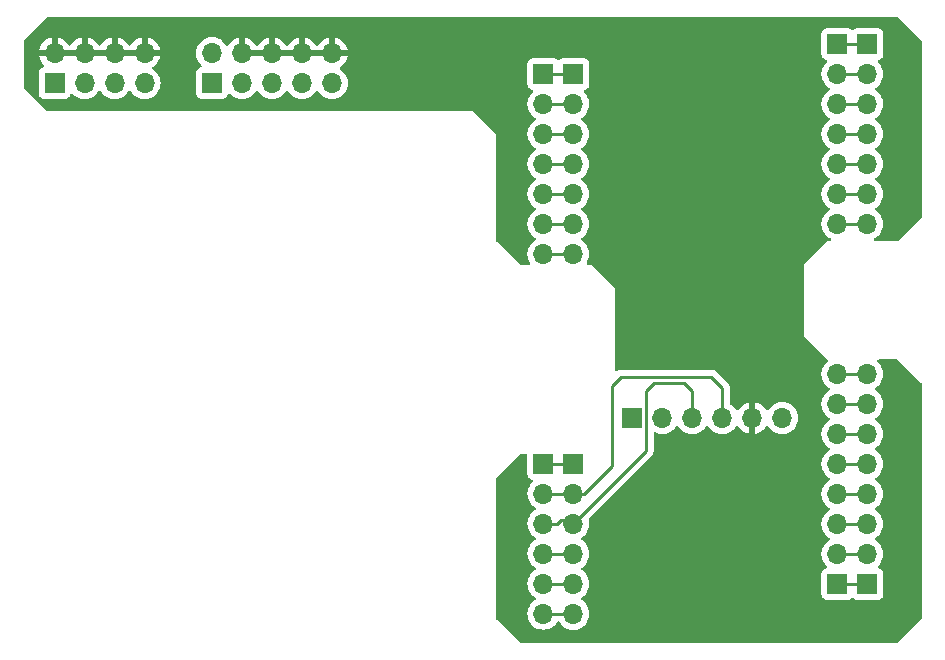
<source format=gbr>
%TF.GenerationSoftware,KiCad,Pcbnew,7.0.10*%
%TF.CreationDate,2024-04-04T23:26:05+02:00*%
%TF.ProjectId,serial-boomerang-shield,73657269-616c-42d6-926f-6f6d6572616e,v0.1*%
%TF.SameCoordinates,Original*%
%TF.FileFunction,Copper,L1,Top*%
%TF.FilePolarity,Positive*%
%FSLAX46Y46*%
G04 Gerber Fmt 4.6, Leading zero omitted, Abs format (unit mm)*
G04 Created by KiCad (PCBNEW 7.0.10) date 2024-04-04 23:26:05*
%MOMM*%
%LPD*%
G01*
G04 APERTURE LIST*
%TA.AperFunction,ComponentPad*%
%ADD10R,1.700000X1.700000*%
%TD*%
%TA.AperFunction,ComponentPad*%
%ADD11O,1.700000X1.700000*%
%TD*%
%TA.AperFunction,Conductor*%
%ADD12C,0.250000*%
%TD*%
G04 APERTURE END LIST*
D10*
%TO.P,U1,1,3V3*%
%TO.N,unconnected-(U1-3V3-Pad1)*%
X52500000Y-34965000D03*
D11*
%TO.P,U1,2,DTR*%
%TO.N,unconnected-(U1-DTR-Pad2)*%
X55040000Y-34965000D03*
%TO.P,U1,3,RXI*%
%TO.N,Net-(J10-Pin_3)*%
X57580000Y-34965000D03*
%TO.P,U1,4,TXD*%
%TO.N,Net-(J10-Pin_2)*%
X60120000Y-34965000D03*
%TO.P,U1,5,GND*%
%TO.N,GND*%
X62660000Y-34965000D03*
%TO.P,U1,6,+5V*%
%TO.N,unconnected-(U1-+5V-Pad6)*%
X65200000Y-34965000D03*
%TD*%
D10*
%TO.P,J7,1,Pin_1*%
%TO.N,Net-(J3-Pin_1)*%
X72412000Y-3302000D03*
D11*
%TO.P,J7,2,Pin_2*%
%TO.N,Net-(J3-Pin_2)*%
X72412000Y-5842000D03*
%TO.P,J7,3,Pin_3*%
%TO.N,Net-(J3-Pin_3)*%
X72412000Y-8382000D03*
%TO.P,J7,4,Pin_4*%
%TO.N,Net-(J3-Pin_4)*%
X72412000Y-10922000D03*
%TO.P,J7,5,Pin_5*%
%TO.N,Net-(J3-Pin_5)*%
X72412000Y-13462000D03*
%TO.P,J7,6,Pin_6*%
%TO.N,Net-(J3-Pin_6)*%
X72412000Y-16002000D03*
%TO.P,J7,7,Pin_7*%
%TO.N,Net-(J3-Pin_7)*%
X72412000Y-18542000D03*
%TD*%
D10*
%TO.P,J8,1,Pin_1*%
%TO.N,Net-(J4-Pin_1)*%
X44980000Y-5841200D03*
D11*
%TO.P,J8,2,Pin_2*%
%TO.N,Net-(J4-Pin_2)*%
X44980000Y-8381200D03*
%TO.P,J8,3,Pin_3*%
%TO.N,Net-(J4-Pin_3)*%
X44980000Y-10921200D03*
%TO.P,J8,4,Pin_4*%
%TO.N,Net-(J4-Pin_4)*%
X44980000Y-13461200D03*
%TO.P,J8,5,Pin_5*%
%TO.N,Net-(J4-Pin_5)*%
X44980000Y-16001200D03*
%TO.P,J8,6,Pin_6*%
%TO.N,Net-(J4-Pin_6)*%
X44980000Y-18541200D03*
%TO.P,J8,7,Pin_7*%
%TO.N,Net-(J4-Pin_7)*%
X44980000Y-21081200D03*
%TD*%
D10*
%TO.P,J10,1,Pin_1*%
%TO.N,Net-(J10-Pin_1)*%
X44980000Y-38835800D03*
D11*
%TO.P,J10,2,Pin_2*%
%TO.N,Net-(J10-Pin_2)*%
X44980000Y-41375800D03*
%TO.P,J10,3,Pin_3*%
%TO.N,Net-(J10-Pin_3)*%
X44980000Y-43915800D03*
%TO.P,J10,4,Pin_4*%
%TO.N,Net-(J10-Pin_4)*%
X44980000Y-46455800D03*
%TO.P,J10,5,Pin_5*%
%TO.N,Net-(J10-Pin_5)*%
X44980000Y-48995800D03*
%TO.P,J10,6,Pin_6*%
%TO.N,Net-(J10-Pin_6)*%
X44980000Y-51535800D03*
%TD*%
D10*
%TO.P,J6,1,Pin_1*%
%TO.N,Net-(J10-Pin_1)*%
X47520000Y-38841600D03*
D11*
%TO.P,J6,2,Pin_2*%
%TO.N,Net-(J10-Pin_2)*%
X47520000Y-41381600D03*
%TO.P,J6,3,Pin_3*%
%TO.N,Net-(J10-Pin_3)*%
X47520000Y-43921600D03*
%TO.P,J6,4,Pin_4*%
%TO.N,Net-(J10-Pin_4)*%
X47520000Y-46461600D03*
%TO.P,J6,5,Pin_5*%
%TO.N,Net-(J10-Pin_5)*%
X47520000Y-49001600D03*
%TO.P,J6,6,Pin_6*%
%TO.N,Net-(J10-Pin_6)*%
X47520000Y-51541600D03*
%TD*%
D10*
%TO.P,J5,1,Pin_1*%
%TO.N,Net-(J5-Pin_1)*%
X69872000Y-49022000D03*
D11*
%TO.P,J5,2,Pin_2*%
%TO.N,Net-(J5-Pin_2)*%
X69872000Y-46482000D03*
%TO.P,J5,3,Pin_3*%
%TO.N,Net-(J5-Pin_3)*%
X69872000Y-43942000D03*
%TO.P,J5,4,Pin_4*%
%TO.N,Net-(J5-Pin_4)*%
X69872000Y-41402000D03*
%TO.P,J5,5,Pin_5*%
%TO.N,Net-(J5-Pin_5)*%
X69872000Y-38862000D03*
%TO.P,J5,6,Pin_6*%
%TO.N,Net-(J5-Pin_6)*%
X69872000Y-36322000D03*
%TO.P,J5,7,Pin_7*%
%TO.N,Net-(J5-Pin_7)*%
X69872000Y-33782000D03*
%TO.P,J5,8,Pin_8*%
%TO.N,Net-(J5-Pin_8)*%
X69872000Y-31242000D03*
%TD*%
D10*
%TO.P,J4,1,Pin_1*%
%TO.N,Net-(J4-Pin_1)*%
X47520000Y-5842000D03*
D11*
%TO.P,J4,2,Pin_2*%
%TO.N,Net-(J4-Pin_2)*%
X47520000Y-8382000D03*
%TO.P,J4,3,Pin_3*%
%TO.N,Net-(J4-Pin_3)*%
X47520000Y-10922000D03*
%TO.P,J4,4,Pin_4*%
%TO.N,Net-(J4-Pin_4)*%
X47520000Y-13462000D03*
%TO.P,J4,5,Pin_5*%
%TO.N,Net-(J4-Pin_5)*%
X47520000Y-16002000D03*
%TO.P,J4,6,Pin_6*%
%TO.N,Net-(J4-Pin_6)*%
X47520000Y-18542000D03*
%TO.P,J4,7,Pin_7*%
%TO.N,Net-(J4-Pin_7)*%
X47520000Y-21082000D03*
%TD*%
D10*
%TO.P,J1,1,Pin_1*%
%TO.N,unconnected-(J1-Pin_1-Pad1)*%
X3588000Y-6604000D03*
D11*
%TO.P,J1,2,Pin_2*%
%TO.N,GND*%
X3588000Y-4064000D03*
%TO.P,J1,3,Pin_3*%
%TO.N,unconnected-(J1-Pin_3-Pad3)*%
X6128000Y-6604000D03*
%TO.P,J1,4,Pin_4*%
%TO.N,GND*%
X6128000Y-4064000D03*
%TO.P,J1,5,Pin_5*%
%TO.N,unconnected-(J1-Pin_5-Pad5)*%
X8668000Y-6604000D03*
%TO.P,J1,6,Pin_6*%
%TO.N,GND*%
X8668000Y-4064000D03*
%TO.P,J1,7,Pin_7*%
%TO.N,unconnected-(J1-Pin_7-Pad7)*%
X11208000Y-6604000D03*
%TO.P,J1,8,Pin_8*%
%TO.N,GND*%
X11208000Y-4064000D03*
%TD*%
D10*
%TO.P,J9,1,Pin_1*%
%TO.N,Net-(J5-Pin_1)*%
X72412000Y-49022000D03*
D11*
%TO.P,J9,2,Pin_2*%
%TO.N,Net-(J5-Pin_2)*%
X72412000Y-46482000D03*
%TO.P,J9,3,Pin_3*%
%TO.N,Net-(J5-Pin_3)*%
X72412000Y-43942000D03*
%TO.P,J9,4,Pin_4*%
%TO.N,Net-(J5-Pin_4)*%
X72412000Y-41402000D03*
%TO.P,J9,5,Pin_5*%
%TO.N,Net-(J5-Pin_5)*%
X72412000Y-38862000D03*
%TO.P,J9,6,Pin_6*%
%TO.N,Net-(J5-Pin_6)*%
X72412000Y-36322000D03*
%TO.P,J9,7,Pin_7*%
%TO.N,Net-(J5-Pin_7)*%
X72412000Y-33782000D03*
%TO.P,J9,8,Pin_8*%
%TO.N,Net-(J5-Pin_8)*%
X72412000Y-31242000D03*
%TD*%
D10*
%TO.P,J3,1,Pin_1*%
%TO.N,Net-(J3-Pin_1)*%
X69872000Y-3302000D03*
D11*
%TO.P,J3,2,Pin_2*%
%TO.N,Net-(J3-Pin_2)*%
X69872000Y-5842000D03*
%TO.P,J3,3,Pin_3*%
%TO.N,Net-(J3-Pin_3)*%
X69872000Y-8382000D03*
%TO.P,J3,4,Pin_4*%
%TO.N,Net-(J3-Pin_4)*%
X69872000Y-10922000D03*
%TO.P,J3,5,Pin_5*%
%TO.N,Net-(J3-Pin_5)*%
X69872000Y-13462000D03*
%TO.P,J3,6,Pin_6*%
%TO.N,Net-(J3-Pin_6)*%
X69872000Y-16002000D03*
%TO.P,J3,7,Pin_7*%
%TO.N,Net-(J3-Pin_7)*%
X69872000Y-18542000D03*
%TD*%
D10*
%TO.P,J2,1,Pin_1*%
%TO.N,unconnected-(J2-Pin_1-Pad1)*%
X16918000Y-6609000D03*
D11*
%TO.P,J2,2,Pin_2*%
%TO.N,unconnected-(J2-Pin_2-Pad2)*%
X16918000Y-4069000D03*
%TO.P,J2,3,Pin_3*%
%TO.N,unconnected-(J2-Pin_3-Pad3)*%
X19458000Y-6609000D03*
%TO.P,J2,4,Pin_4*%
%TO.N,GND*%
X19458000Y-4069000D03*
%TO.P,J2,5,Pin_5*%
%TO.N,unconnected-(J2-Pin_5-Pad5)*%
X21998000Y-6609000D03*
%TO.P,J2,6,Pin_6*%
%TO.N,GND*%
X21998000Y-4069000D03*
%TO.P,J2,7,Pin_7*%
%TO.N,unconnected-(J2-Pin_7-Pad7)*%
X24538000Y-6609000D03*
%TO.P,J2,8,Pin_8*%
%TO.N,GND*%
X24538000Y-4069000D03*
%TO.P,J2,9,Pin_9*%
%TO.N,unconnected-(J2-Pin_9-Pad9)*%
X27078000Y-6609000D03*
%TO.P,J2,10,Pin_10*%
%TO.N,GND*%
X27078000Y-4069000D03*
%TD*%
D12*
%TO.N,Net-(J3-Pin_1)*%
X69872000Y-3302000D02*
X72412000Y-3302000D01*
%TO.N,Net-(J3-Pin_2)*%
X69872000Y-5842000D02*
X72412000Y-5842000D01*
%TO.N,Net-(J3-Pin_3)*%
X69872000Y-8382000D02*
X72412000Y-8382000D01*
%TO.N,Net-(J3-Pin_4)*%
X69872000Y-10922000D02*
X72412000Y-10922000D01*
%TO.N,Net-(J3-Pin_5)*%
X69872000Y-13462000D02*
X72412000Y-13462000D01*
%TO.N,Net-(J3-Pin_6)*%
X69872000Y-16002000D02*
X72412000Y-16002000D01*
%TO.N,Net-(J4-Pin_1)*%
X44980000Y-5841200D02*
X46156900Y-5841200D01*
X47520000Y-5842000D02*
X46157700Y-5842000D01*
X46157700Y-5842000D02*
X46156900Y-5841200D01*
%TO.N,Net-(J4-Pin_2)*%
X44980000Y-8381200D02*
X46156900Y-8381200D01*
X46157700Y-8382000D02*
X46156900Y-8381200D01*
X47520000Y-8382000D02*
X46157700Y-8382000D01*
%TO.N,Net-(J4-Pin_3)*%
X47520000Y-10922000D02*
X46157700Y-10922000D01*
X44980000Y-10921200D02*
X46156900Y-10921200D01*
X46157700Y-10922000D02*
X46156900Y-10921200D01*
%TO.N,Net-(J3-Pin_7)*%
X69872000Y-18542000D02*
X72412000Y-18542000D01*
%TO.N,Net-(J5-Pin_1)*%
X72412000Y-49022000D02*
X69872000Y-49022000D01*
%TO.N,Net-(J5-Pin_2)*%
X72412000Y-46482000D02*
X69872000Y-46482000D01*
%TO.N,Net-(J5-Pin_3)*%
X72412000Y-43942000D02*
X69872000Y-43942000D01*
%TO.N,Net-(J5-Pin_4)*%
X72412000Y-41402000D02*
X69872000Y-41402000D01*
%TO.N,Net-(J5-Pin_5)*%
X72412000Y-38862000D02*
X69872000Y-38862000D01*
%TO.N,Net-(J5-Pin_6)*%
X72412000Y-36322000D02*
X69872000Y-36322000D01*
%TO.N,Net-(J5-Pin_7)*%
X72412000Y-33782000D02*
X69872000Y-33782000D01*
%TO.N,Net-(J4-Pin_4)*%
X46157700Y-13462000D02*
X46156900Y-13461200D01*
X44980000Y-13461200D02*
X46156900Y-13461200D01*
X47520000Y-13462000D02*
X46157700Y-13462000D01*
%TO.N,Net-(J4-Pin_5)*%
X47520000Y-16002000D02*
X46157700Y-16002000D01*
X46157700Y-16002000D02*
X46156900Y-16001200D01*
X44980000Y-16001200D02*
X46156900Y-16001200D01*
%TO.N,Net-(J4-Pin_6)*%
X46157700Y-18542000D02*
X46156900Y-18541200D01*
X44980000Y-18541200D02*
X46156900Y-18541200D01*
X47520000Y-18542000D02*
X46157700Y-18542000D01*
%TO.N,Net-(J4-Pin_7)*%
X44980000Y-21081200D02*
X46156900Y-21081200D01*
X47520000Y-21082000D02*
X46157700Y-21082000D01*
X46157700Y-21082000D02*
X46156900Y-21081200D01*
%TO.N,Net-(J5-Pin_8)*%
X72412000Y-31242000D02*
X69872000Y-31242000D01*
%TO.N,Net-(J10-Pin_1)*%
X44980000Y-38835800D02*
X46156900Y-38835800D01*
X46162700Y-38841600D02*
X46156900Y-38835800D01*
X47520000Y-38841600D02*
X46162700Y-38841600D01*
%TO.N,Net-(J10-Pin_2)*%
X50800000Y-39015000D02*
X48433400Y-41381600D01*
X48433400Y-41381600D02*
X47520000Y-41381600D01*
X50800000Y-32258000D02*
X50800000Y-39015000D01*
X60120000Y-32434000D02*
X59182000Y-31496000D01*
X59182000Y-31496000D02*
X51562000Y-31496000D01*
X51562000Y-31496000D02*
X50800000Y-32258000D01*
X46162700Y-41381600D02*
X46156900Y-41375800D01*
X60120000Y-34965000D02*
X60120000Y-32434000D01*
X47520000Y-41381600D02*
X46162700Y-41381600D01*
X44980000Y-41375800D02*
X46156900Y-41375800D01*
%TO.N,Net-(J10-Pin_3)*%
X47520000Y-43921600D02*
X47819100Y-43622500D01*
X53675000Y-37766600D02*
X53675000Y-32685000D01*
X47819100Y-43622500D02*
X46450200Y-43622500D01*
X54356000Y-32004000D02*
X56896000Y-32004000D01*
X53675000Y-32685000D02*
X54356000Y-32004000D01*
X57580000Y-32688000D02*
X57580000Y-34965000D01*
X47819100Y-43622500D02*
X53675000Y-37766600D01*
X44980000Y-43915800D02*
X46156900Y-43915800D01*
X46450200Y-43622500D02*
X46156900Y-43915800D01*
X56896000Y-32004000D02*
X57580000Y-32688000D01*
%TO.N,Net-(J10-Pin_4)*%
X47520000Y-46461600D02*
X46162700Y-46461600D01*
X46162700Y-46461600D02*
X46156900Y-46455800D01*
X44980000Y-46455800D02*
X46156900Y-46455800D01*
%TO.N,Net-(J10-Pin_5)*%
X46162700Y-49001600D02*
X46156900Y-48995800D01*
X47520000Y-49001600D02*
X46162700Y-49001600D01*
X44980000Y-48995800D02*
X46156900Y-48995800D01*
%TO.N,Net-(J10-Pin_6)*%
X46162700Y-51541600D02*
X46156900Y-51535800D01*
X44980000Y-51535800D02*
X46156900Y-51535800D01*
X47520000Y-51541600D02*
X46162700Y-51541600D01*
%TD*%
%TA.AperFunction,Conductor*%
%TO.N,GND*%
G36*
X21538507Y-3859156D02*
G01*
X21498000Y-3997111D01*
X21498000Y-4140889D01*
X21538507Y-4278844D01*
X21564314Y-4319000D01*
X19891686Y-4319000D01*
X19917493Y-4278844D01*
X19958000Y-4140889D01*
X19958000Y-3997111D01*
X19917493Y-3859156D01*
X19891686Y-3819000D01*
X21564314Y-3819000D01*
X21538507Y-3859156D01*
G37*
%TD.AperFunction*%
%TA.AperFunction,Conductor*%
G36*
X24078507Y-3859156D02*
G01*
X24038000Y-3997111D01*
X24038000Y-4140889D01*
X24078507Y-4278844D01*
X24104314Y-4319000D01*
X22431686Y-4319000D01*
X22457493Y-4278844D01*
X22498000Y-4140889D01*
X22498000Y-3997111D01*
X22457493Y-3859156D01*
X22431686Y-3819000D01*
X24104314Y-3819000D01*
X24078507Y-3859156D01*
G37*
%TD.AperFunction*%
%TA.AperFunction,Conductor*%
G36*
X26618507Y-3859156D02*
G01*
X26578000Y-3997111D01*
X26578000Y-4140889D01*
X26618507Y-4278844D01*
X26644314Y-4319000D01*
X24971686Y-4319000D01*
X24997493Y-4278844D01*
X25038000Y-4140889D01*
X25038000Y-3997111D01*
X24997493Y-3859156D01*
X24971686Y-3819000D01*
X26644314Y-3819000D01*
X26618507Y-3859156D01*
G37*
%TD.AperFunction*%
%TA.AperFunction,Conductor*%
G36*
X5668507Y-3854156D02*
G01*
X5628000Y-3992111D01*
X5628000Y-4135889D01*
X5668507Y-4273844D01*
X5694314Y-4314000D01*
X4021686Y-4314000D01*
X4047493Y-4273844D01*
X4088000Y-4135889D01*
X4088000Y-3992111D01*
X4047493Y-3854156D01*
X4021686Y-3814000D01*
X5694314Y-3814000D01*
X5668507Y-3854156D01*
G37*
%TD.AperFunction*%
%TA.AperFunction,Conductor*%
G36*
X8208507Y-3854156D02*
G01*
X8168000Y-3992111D01*
X8168000Y-4135889D01*
X8208507Y-4273844D01*
X8234314Y-4314000D01*
X6561686Y-4314000D01*
X6587493Y-4273844D01*
X6628000Y-4135889D01*
X6628000Y-3992111D01*
X6587493Y-3854156D01*
X6561686Y-3814000D01*
X8234314Y-3814000D01*
X8208507Y-3854156D01*
G37*
%TD.AperFunction*%
%TA.AperFunction,Conductor*%
G36*
X10748507Y-3854156D02*
G01*
X10708000Y-3992111D01*
X10708000Y-4135889D01*
X10748507Y-4273844D01*
X10774314Y-4314000D01*
X9101686Y-4314000D01*
X9127493Y-4273844D01*
X9168000Y-4135889D01*
X9168000Y-3992111D01*
X9127493Y-3854156D01*
X9101686Y-3814000D01*
X10774314Y-3814000D01*
X10748507Y-3854156D01*
G37*
%TD.AperFunction*%
%TA.AperFunction,Conductor*%
G36*
X75015677Y-1019685D02*
G01*
X75036319Y-1036319D01*
X76963681Y-2963681D01*
X76997166Y-3025004D01*
X77000000Y-3051362D01*
X77000000Y-17948638D01*
X76980315Y-18015677D01*
X76963681Y-18036319D01*
X75036319Y-19963681D01*
X74974996Y-19997166D01*
X74948638Y-20000000D01*
X73040193Y-20000000D01*
X72973154Y-19980315D01*
X72927399Y-19927511D01*
X72917455Y-19858353D01*
X72946480Y-19794797D01*
X72987788Y-19763618D01*
X72988978Y-19763063D01*
X73089830Y-19716035D01*
X73283401Y-19580495D01*
X73450495Y-19413401D01*
X73586035Y-19219830D01*
X73685903Y-19005663D01*
X73747063Y-18777408D01*
X73767659Y-18542000D01*
X73747063Y-18306592D01*
X73685903Y-18078337D01*
X73586035Y-17864171D01*
X73585474Y-17863369D01*
X73450494Y-17670597D01*
X73283402Y-17503506D01*
X73283396Y-17503501D01*
X73097842Y-17373575D01*
X73054217Y-17318998D01*
X73047023Y-17249500D01*
X73078546Y-17187145D01*
X73097842Y-17170425D01*
X73120026Y-17154891D01*
X73283401Y-17040495D01*
X73450495Y-16873401D01*
X73586035Y-16679830D01*
X73685903Y-16465663D01*
X73747063Y-16237408D01*
X73767659Y-16002000D01*
X73747063Y-15766592D01*
X73685903Y-15538337D01*
X73586035Y-15324171D01*
X73585474Y-15323369D01*
X73450494Y-15130597D01*
X73283402Y-14963506D01*
X73283396Y-14963501D01*
X73097842Y-14833575D01*
X73054217Y-14778998D01*
X73047023Y-14709500D01*
X73078546Y-14647145D01*
X73097842Y-14630425D01*
X73120026Y-14614891D01*
X73283401Y-14500495D01*
X73450495Y-14333401D01*
X73586035Y-14139830D01*
X73685903Y-13925663D01*
X73747063Y-13697408D01*
X73767659Y-13462000D01*
X73747063Y-13226592D01*
X73685903Y-12998337D01*
X73586035Y-12784171D01*
X73585474Y-12783369D01*
X73450494Y-12590597D01*
X73283402Y-12423506D01*
X73283396Y-12423501D01*
X73097842Y-12293575D01*
X73054217Y-12238998D01*
X73047023Y-12169500D01*
X73078546Y-12107145D01*
X73097842Y-12090425D01*
X73122580Y-12073103D01*
X73283401Y-11960495D01*
X73450495Y-11793401D01*
X73586035Y-11599830D01*
X73685903Y-11385663D01*
X73747063Y-11157408D01*
X73767659Y-10922000D01*
X73747063Y-10686592D01*
X73685903Y-10458337D01*
X73586035Y-10244171D01*
X73585474Y-10243369D01*
X73450494Y-10050597D01*
X73283402Y-9883506D01*
X73283396Y-9883501D01*
X73097842Y-9753575D01*
X73054217Y-9698998D01*
X73047023Y-9629500D01*
X73078546Y-9567145D01*
X73097842Y-9550425D01*
X73120026Y-9534891D01*
X73283401Y-9420495D01*
X73450495Y-9253401D01*
X73586035Y-9059830D01*
X73685903Y-8845663D01*
X73747063Y-8617408D01*
X73767659Y-8382000D01*
X73747063Y-8146592D01*
X73695593Y-7954500D01*
X73685905Y-7918344D01*
X73685904Y-7918343D01*
X73685903Y-7918337D01*
X73586035Y-7704171D01*
X73585474Y-7703369D01*
X73450494Y-7510597D01*
X73283402Y-7343506D01*
X73283396Y-7343501D01*
X73097842Y-7213575D01*
X73054217Y-7158998D01*
X73047023Y-7089500D01*
X73078546Y-7027145D01*
X73097842Y-7010425D01*
X73186083Y-6948638D01*
X73283401Y-6880495D01*
X73450495Y-6713401D01*
X73586035Y-6519830D01*
X73685903Y-6305663D01*
X73747063Y-6077408D01*
X73767659Y-5842000D01*
X73747063Y-5606592D01*
X73685903Y-5378337D01*
X73586035Y-5164171D01*
X73582311Y-5158853D01*
X73450496Y-4970600D01*
X73414974Y-4935078D01*
X73328567Y-4848671D01*
X73295084Y-4787351D01*
X73300068Y-4717659D01*
X73341939Y-4661725D01*
X73372915Y-4644810D01*
X73504331Y-4595796D01*
X73619546Y-4509546D01*
X73705796Y-4394331D01*
X73756091Y-4259483D01*
X73762500Y-4199873D01*
X73762499Y-2404128D01*
X73756091Y-2344517D01*
X73705796Y-2209669D01*
X73705795Y-2209668D01*
X73705793Y-2209664D01*
X73619547Y-2094455D01*
X73619544Y-2094452D01*
X73504335Y-2008206D01*
X73504328Y-2008202D01*
X73369482Y-1957908D01*
X73369483Y-1957908D01*
X73309883Y-1951501D01*
X73309881Y-1951500D01*
X73309873Y-1951500D01*
X73309864Y-1951500D01*
X71514129Y-1951500D01*
X71514123Y-1951501D01*
X71454516Y-1957908D01*
X71319671Y-2008202D01*
X71319669Y-2008203D01*
X71216311Y-2085578D01*
X71150847Y-2109995D01*
X71082574Y-2095144D01*
X71067689Y-2085578D01*
X70964330Y-2008203D01*
X70964328Y-2008202D01*
X70829482Y-1957908D01*
X70829483Y-1957908D01*
X70769883Y-1951501D01*
X70769881Y-1951500D01*
X70769873Y-1951500D01*
X70769864Y-1951500D01*
X68974129Y-1951500D01*
X68974123Y-1951501D01*
X68914516Y-1957908D01*
X68779671Y-2008202D01*
X68779664Y-2008206D01*
X68664455Y-2094452D01*
X68664452Y-2094455D01*
X68578206Y-2209664D01*
X68578202Y-2209671D01*
X68527908Y-2344517D01*
X68524484Y-2376369D01*
X68521501Y-2404123D01*
X68521500Y-2404135D01*
X68521500Y-4199870D01*
X68521501Y-4199876D01*
X68527908Y-4259483D01*
X68578202Y-4394328D01*
X68578206Y-4394335D01*
X68664452Y-4509544D01*
X68664455Y-4509547D01*
X68779664Y-4595793D01*
X68779671Y-4595797D01*
X68911081Y-4644810D01*
X68967015Y-4686681D01*
X68991432Y-4752145D01*
X68976580Y-4820418D01*
X68955430Y-4848673D01*
X68833503Y-4970600D01*
X68697965Y-5164169D01*
X68697964Y-5164171D01*
X68598098Y-5378335D01*
X68598094Y-5378344D01*
X68536938Y-5606586D01*
X68536936Y-5606596D01*
X68516341Y-5841999D01*
X68516341Y-5842000D01*
X68536936Y-6077403D01*
X68536938Y-6077413D01*
X68598094Y-6305655D01*
X68598096Y-6305659D01*
X68598097Y-6305663D01*
X68629770Y-6373586D01*
X68697965Y-6519830D01*
X68697967Y-6519834D01*
X68806281Y-6674521D01*
X68833501Y-6713396D01*
X68833506Y-6713402D01*
X69000597Y-6880493D01*
X69000603Y-6880498D01*
X69186158Y-7010425D01*
X69229783Y-7065002D01*
X69236977Y-7134500D01*
X69205454Y-7196855D01*
X69186158Y-7213575D01*
X69000597Y-7343505D01*
X68833505Y-7510597D01*
X68697965Y-7704169D01*
X68697964Y-7704171D01*
X68598098Y-7918335D01*
X68598094Y-7918344D01*
X68536938Y-8146586D01*
X68536936Y-8146596D01*
X68516341Y-8381999D01*
X68516341Y-8382000D01*
X68536936Y-8617403D01*
X68536938Y-8617413D01*
X68598094Y-8845655D01*
X68598096Y-8845659D01*
X68598097Y-8845663D01*
X68670066Y-9000000D01*
X68697965Y-9059830D01*
X68697967Y-9059834D01*
X68806281Y-9214521D01*
X68833501Y-9253396D01*
X68833506Y-9253402D01*
X69000597Y-9420493D01*
X69000603Y-9420498D01*
X69186158Y-9550425D01*
X69229783Y-9605002D01*
X69236977Y-9674500D01*
X69205454Y-9736855D01*
X69186158Y-9753575D01*
X69000597Y-9883505D01*
X68833505Y-10050597D01*
X68697965Y-10244169D01*
X68697964Y-10244171D01*
X68598098Y-10458335D01*
X68598094Y-10458344D01*
X68536938Y-10686586D01*
X68536936Y-10686596D01*
X68516341Y-10921999D01*
X68516341Y-10922000D01*
X68536936Y-11157403D01*
X68536938Y-11157413D01*
X68598094Y-11385655D01*
X68598096Y-11385659D01*
X68598097Y-11385663D01*
X68673563Y-11547500D01*
X68697965Y-11599830D01*
X68697967Y-11599834D01*
X68723243Y-11635931D01*
X68833501Y-11793396D01*
X68833506Y-11793402D01*
X69000597Y-11960493D01*
X69000603Y-11960498D01*
X69186158Y-12090425D01*
X69229783Y-12145002D01*
X69236977Y-12214500D01*
X69205454Y-12276855D01*
X69186158Y-12293575D01*
X69000597Y-12423505D01*
X68833505Y-12590597D01*
X68697965Y-12784169D01*
X68697964Y-12784171D01*
X68598098Y-12998335D01*
X68598094Y-12998344D01*
X68536938Y-13226586D01*
X68536936Y-13226596D01*
X68516341Y-13461999D01*
X68516341Y-13462000D01*
X68536936Y-13697403D01*
X68536938Y-13697413D01*
X68598094Y-13925655D01*
X68598096Y-13925659D01*
X68598097Y-13925663D01*
X68673563Y-14087500D01*
X68697965Y-14139830D01*
X68697967Y-14139834D01*
X68806281Y-14294521D01*
X68833501Y-14333396D01*
X68833506Y-14333402D01*
X69000597Y-14500493D01*
X69000603Y-14500498D01*
X69186158Y-14630425D01*
X69229783Y-14685002D01*
X69236977Y-14754500D01*
X69205454Y-14816855D01*
X69186158Y-14833575D01*
X69000597Y-14963505D01*
X68833505Y-15130597D01*
X68697965Y-15324169D01*
X68697964Y-15324171D01*
X68598098Y-15538335D01*
X68598094Y-15538344D01*
X68536938Y-15766586D01*
X68536936Y-15766596D01*
X68516341Y-16001999D01*
X68516341Y-16002000D01*
X68536936Y-16237403D01*
X68536938Y-16237413D01*
X68598094Y-16465655D01*
X68598096Y-16465659D01*
X68598097Y-16465663D01*
X68673563Y-16627500D01*
X68697965Y-16679830D01*
X68697967Y-16679834D01*
X68806281Y-16834521D01*
X68833501Y-16873396D01*
X68833506Y-16873402D01*
X69000597Y-17040493D01*
X69000603Y-17040498D01*
X69186158Y-17170425D01*
X69229783Y-17225002D01*
X69236977Y-17294500D01*
X69205454Y-17356855D01*
X69186158Y-17373575D01*
X69000597Y-17503505D01*
X68833505Y-17670597D01*
X68697965Y-17864169D01*
X68697964Y-17864171D01*
X68598098Y-18078335D01*
X68598094Y-18078344D01*
X68536938Y-18306586D01*
X68536936Y-18306596D01*
X68516341Y-18541999D01*
X68516341Y-18542000D01*
X68536936Y-18777403D01*
X68536938Y-18777413D01*
X68598094Y-19005655D01*
X68598096Y-19005659D01*
X68598097Y-19005663D01*
X68673563Y-19167500D01*
X68697965Y-19219830D01*
X68697967Y-19219834D01*
X68798962Y-19364069D01*
X68833505Y-19413401D01*
X69000599Y-19580495D01*
X69080487Y-19636433D01*
X69194165Y-19716032D01*
X69194167Y-19716033D01*
X69194170Y-19716035D01*
X69295022Y-19763063D01*
X69296212Y-19763618D01*
X69348651Y-19809790D01*
X69367803Y-19876984D01*
X69347587Y-19943865D01*
X69294422Y-19989200D01*
X69243807Y-20000000D01*
X68999999Y-20000000D01*
X67000000Y-21999999D01*
X67000000Y-28000000D01*
X69015446Y-30015446D01*
X69048931Y-30076769D01*
X69043947Y-30146461D01*
X69004270Y-30199461D01*
X69004744Y-30200026D01*
X69002333Y-30202048D01*
X69002075Y-30202394D01*
X69000954Y-30203205D01*
X69000599Y-30203503D01*
X68833505Y-30370597D01*
X68697965Y-30564169D01*
X68697964Y-30564171D01*
X68598098Y-30778335D01*
X68598094Y-30778344D01*
X68536938Y-31006586D01*
X68536936Y-31006596D01*
X68516341Y-31241999D01*
X68516341Y-31242000D01*
X68536936Y-31477403D01*
X68536938Y-31477413D01*
X68598094Y-31705655D01*
X68598096Y-31705659D01*
X68598097Y-31705663D01*
X68662385Y-31843529D01*
X68697965Y-31919830D01*
X68697967Y-31919834D01*
X68772664Y-32026511D01*
X68833501Y-32113396D01*
X68833506Y-32113402D01*
X69000597Y-32280493D01*
X69000603Y-32280498D01*
X69186158Y-32410425D01*
X69229783Y-32465002D01*
X69236977Y-32534500D01*
X69205454Y-32596855D01*
X69186158Y-32613575D01*
X69000597Y-32743505D01*
X68833505Y-32910597D01*
X68697965Y-33104169D01*
X68697964Y-33104171D01*
X68598098Y-33318335D01*
X68598094Y-33318344D01*
X68536938Y-33546586D01*
X68536936Y-33546596D01*
X68516341Y-33781999D01*
X68516341Y-33782000D01*
X68536936Y-34017403D01*
X68536938Y-34017413D01*
X68598094Y-34245655D01*
X68598096Y-34245659D01*
X68598097Y-34245663D01*
X68673563Y-34407500D01*
X68697965Y-34459830D01*
X68697967Y-34459834D01*
X68727033Y-34501344D01*
X68833501Y-34653396D01*
X68833506Y-34653402D01*
X69000597Y-34820493D01*
X69000603Y-34820498D01*
X69186158Y-34950425D01*
X69229783Y-35005002D01*
X69236977Y-35074500D01*
X69205454Y-35136855D01*
X69186158Y-35153575D01*
X69000597Y-35283505D01*
X68833505Y-35450597D01*
X68697965Y-35644169D01*
X68697964Y-35644171D01*
X68598098Y-35858335D01*
X68598094Y-35858344D01*
X68536938Y-36086586D01*
X68536936Y-36086596D01*
X68516341Y-36321999D01*
X68516341Y-36322000D01*
X68536936Y-36557403D01*
X68536938Y-36557413D01*
X68598094Y-36785655D01*
X68598096Y-36785659D01*
X68598097Y-36785663D01*
X68673563Y-36947500D01*
X68697965Y-36999830D01*
X68697967Y-36999834D01*
X68779319Y-37116016D01*
X68833501Y-37193396D01*
X68833506Y-37193402D01*
X69000597Y-37360493D01*
X69000603Y-37360498D01*
X69186158Y-37490425D01*
X69229783Y-37545002D01*
X69236977Y-37614500D01*
X69205454Y-37676855D01*
X69186158Y-37693575D01*
X69000597Y-37823505D01*
X68833505Y-37990597D01*
X68697965Y-38184170D01*
X68598098Y-38398335D01*
X68598094Y-38398344D01*
X68536938Y-38626586D01*
X68536936Y-38626596D01*
X68516341Y-38861999D01*
X68516341Y-38862000D01*
X68536936Y-39097403D01*
X68536938Y-39097413D01*
X68598094Y-39325655D01*
X68598096Y-39325659D01*
X68598097Y-39325663D01*
X68621742Y-39376369D01*
X68697965Y-39539830D01*
X68697967Y-39539834D01*
X68800641Y-39686467D01*
X68833501Y-39733396D01*
X68833506Y-39733402D01*
X69000597Y-39900493D01*
X69000603Y-39900498D01*
X69186158Y-40030425D01*
X69229783Y-40085002D01*
X69236977Y-40154500D01*
X69205454Y-40216855D01*
X69186158Y-40233575D01*
X69000597Y-40363505D01*
X68833505Y-40530597D01*
X68697965Y-40724169D01*
X68697964Y-40724171D01*
X68598098Y-40938335D01*
X68598094Y-40938344D01*
X68536938Y-41166586D01*
X68536936Y-41166596D01*
X68516341Y-41401999D01*
X68516341Y-41402000D01*
X68536936Y-41637403D01*
X68536938Y-41637413D01*
X68598094Y-41865655D01*
X68598096Y-41865659D01*
X68598097Y-41865663D01*
X68664809Y-42008727D01*
X68697965Y-42079830D01*
X68697967Y-42079834D01*
X68806281Y-42234521D01*
X68833501Y-42273396D01*
X68833506Y-42273402D01*
X69000597Y-42440493D01*
X69000603Y-42440498D01*
X69186158Y-42570425D01*
X69229783Y-42625002D01*
X69236977Y-42694500D01*
X69205454Y-42756855D01*
X69186158Y-42773575D01*
X69000597Y-42903505D01*
X68833505Y-43070597D01*
X68697965Y-43264169D01*
X68697964Y-43264171D01*
X68598098Y-43478335D01*
X68598094Y-43478344D01*
X68536938Y-43706586D01*
X68536936Y-43706596D01*
X68516341Y-43941999D01*
X68516341Y-43942000D01*
X68536936Y-44177403D01*
X68536938Y-44177413D01*
X68598094Y-44405655D01*
X68598096Y-44405659D01*
X68598097Y-44405663D01*
X68661346Y-44541300D01*
X68697965Y-44619830D01*
X68697967Y-44619834D01*
X68806281Y-44774521D01*
X68833501Y-44813396D01*
X68833506Y-44813402D01*
X69000597Y-44980493D01*
X69000603Y-44980498D01*
X69186158Y-45110425D01*
X69229783Y-45165002D01*
X69236977Y-45234500D01*
X69205454Y-45296855D01*
X69186158Y-45313575D01*
X69000597Y-45443505D01*
X68833505Y-45610597D01*
X68697965Y-45804169D01*
X68697964Y-45804171D01*
X68598098Y-46018335D01*
X68598094Y-46018344D01*
X68536938Y-46246586D01*
X68536936Y-46246596D01*
X68516341Y-46481999D01*
X68516341Y-46482000D01*
X68536936Y-46717403D01*
X68536938Y-46717413D01*
X68598094Y-46945655D01*
X68598096Y-46945659D01*
X68598097Y-46945663D01*
X68664809Y-47088727D01*
X68697965Y-47159830D01*
X68697967Y-47159834D01*
X68806281Y-47314521D01*
X68833501Y-47353396D01*
X68833506Y-47353402D01*
X68955430Y-47475326D01*
X68988915Y-47536649D01*
X68983931Y-47606341D01*
X68942059Y-47662274D01*
X68911083Y-47679189D01*
X68779669Y-47728203D01*
X68779664Y-47728206D01*
X68664455Y-47814452D01*
X68664452Y-47814455D01*
X68578206Y-47929664D01*
X68578202Y-47929671D01*
X68527908Y-48064517D01*
X68521501Y-48124116D01*
X68521501Y-48124123D01*
X68521500Y-48124135D01*
X68521500Y-49919870D01*
X68521501Y-49919876D01*
X68527908Y-49979483D01*
X68578202Y-50114328D01*
X68578206Y-50114335D01*
X68664452Y-50229544D01*
X68664455Y-50229547D01*
X68779664Y-50315793D01*
X68779671Y-50315797D01*
X68914517Y-50366091D01*
X68914516Y-50366091D01*
X68921444Y-50366835D01*
X68974127Y-50372500D01*
X70769872Y-50372499D01*
X70829483Y-50366091D01*
X70964331Y-50315796D01*
X71067690Y-50238421D01*
X71133152Y-50214004D01*
X71201425Y-50228855D01*
X71216303Y-50238416D01*
X71319665Y-50315793D01*
X71319668Y-50315795D01*
X71319671Y-50315797D01*
X71454517Y-50366091D01*
X71454516Y-50366091D01*
X71461444Y-50366835D01*
X71514127Y-50372500D01*
X73309872Y-50372499D01*
X73369483Y-50366091D01*
X73504331Y-50315796D01*
X73619546Y-50229546D01*
X73705796Y-50114331D01*
X73756091Y-49979483D01*
X73762500Y-49919873D01*
X73762499Y-48124128D01*
X73756091Y-48064517D01*
X73718265Y-47963101D01*
X73705797Y-47929671D01*
X73705793Y-47929664D01*
X73619547Y-47814455D01*
X73619544Y-47814452D01*
X73504335Y-47728206D01*
X73504328Y-47728202D01*
X73372917Y-47679189D01*
X73316983Y-47637318D01*
X73292566Y-47571853D01*
X73307418Y-47503580D01*
X73328563Y-47475332D01*
X73450495Y-47353401D01*
X73586035Y-47159830D01*
X73685903Y-46945663D01*
X73747063Y-46717408D01*
X73767659Y-46482000D01*
X73747063Y-46246592D01*
X73685903Y-46018337D01*
X73586035Y-45804171D01*
X73580425Y-45796158D01*
X73450494Y-45610597D01*
X73283402Y-45443506D01*
X73283396Y-45443501D01*
X73097842Y-45313575D01*
X73054217Y-45258998D01*
X73047023Y-45189500D01*
X73078546Y-45127145D01*
X73097842Y-45110425D01*
X73135259Y-45084225D01*
X73283401Y-44980495D01*
X73450495Y-44813401D01*
X73586035Y-44619830D01*
X73685903Y-44405663D01*
X73747063Y-44177408D01*
X73767659Y-43942000D01*
X73747063Y-43706592D01*
X73685903Y-43478337D01*
X73586035Y-43264171D01*
X73580425Y-43256158D01*
X73450494Y-43070597D01*
X73283402Y-42903506D01*
X73283396Y-42903501D01*
X73097842Y-42773575D01*
X73054217Y-42718998D01*
X73047023Y-42649500D01*
X73078546Y-42587145D01*
X73097842Y-42570425D01*
X73135259Y-42544225D01*
X73283401Y-42440495D01*
X73450495Y-42273401D01*
X73586035Y-42079830D01*
X73685903Y-41865663D01*
X73747063Y-41637408D01*
X73767659Y-41402000D01*
X73747063Y-41166592D01*
X73685903Y-40938337D01*
X73586035Y-40724171D01*
X73580425Y-40716158D01*
X73450494Y-40530597D01*
X73283402Y-40363506D01*
X73283396Y-40363501D01*
X73097842Y-40233575D01*
X73054217Y-40178998D01*
X73047023Y-40109500D01*
X73078546Y-40047145D01*
X73097842Y-40030425D01*
X73193162Y-39963681D01*
X73283401Y-39900495D01*
X73450495Y-39733401D01*
X73586035Y-39539830D01*
X73685903Y-39325663D01*
X73747063Y-39097408D01*
X73767659Y-38862000D01*
X73747063Y-38626592D01*
X73685903Y-38398337D01*
X73586035Y-38184171D01*
X73496962Y-38056961D01*
X73450494Y-37990597D01*
X73283402Y-37823506D01*
X73283396Y-37823501D01*
X73097842Y-37693575D01*
X73054217Y-37638998D01*
X73047023Y-37569500D01*
X73078546Y-37507145D01*
X73097842Y-37490425D01*
X73146797Y-37456146D01*
X73283401Y-37360495D01*
X73450495Y-37193401D01*
X73586035Y-36999830D01*
X73685903Y-36785663D01*
X73747063Y-36557408D01*
X73767659Y-36322000D01*
X73766164Y-36304918D01*
X73747063Y-36086596D01*
X73747063Y-36086592D01*
X73685903Y-35858337D01*
X73586035Y-35644171D01*
X73580617Y-35636432D01*
X73450494Y-35450597D01*
X73283402Y-35283506D01*
X73283396Y-35283501D01*
X73097842Y-35153575D01*
X73054217Y-35098998D01*
X73047023Y-35029500D01*
X73078546Y-34967145D01*
X73097842Y-34950425D01*
X73131445Y-34926896D01*
X73283401Y-34820495D01*
X73450495Y-34653401D01*
X73586035Y-34459830D01*
X73685903Y-34245663D01*
X73747063Y-34017408D01*
X73767659Y-33782000D01*
X73747063Y-33546592D01*
X73685903Y-33318337D01*
X73586035Y-33104171D01*
X73580425Y-33096158D01*
X73450494Y-32910597D01*
X73283402Y-32743506D01*
X73283396Y-32743501D01*
X73097842Y-32613575D01*
X73054217Y-32558998D01*
X73047023Y-32489500D01*
X73078546Y-32427145D01*
X73097842Y-32410425D01*
X73134344Y-32384866D01*
X73283401Y-32280495D01*
X73450495Y-32113401D01*
X73586035Y-31919830D01*
X73685903Y-31705663D01*
X73747063Y-31477408D01*
X73767659Y-31242000D01*
X73747063Y-31006592D01*
X73685903Y-30778337D01*
X73586035Y-30564171D01*
X73580424Y-30556158D01*
X73450496Y-30370600D01*
X73443463Y-30363567D01*
X73291575Y-30211679D01*
X73258092Y-30150358D01*
X73263076Y-30080667D01*
X73304947Y-30024733D01*
X73370412Y-30000316D01*
X73379258Y-30000000D01*
X74948638Y-30000000D01*
X75015677Y-30019685D01*
X75036319Y-30036319D01*
X76963681Y-31963681D01*
X76997166Y-32025004D01*
X77000000Y-32051362D01*
X77000000Y-51948638D01*
X76980315Y-52015677D01*
X76963681Y-52036319D01*
X75036319Y-53963681D01*
X74974996Y-53997166D01*
X74948638Y-54000000D01*
X43051362Y-54000000D01*
X42984323Y-53980315D01*
X42963681Y-53963681D01*
X41036319Y-52036319D01*
X41002834Y-51974996D01*
X41000000Y-51948638D01*
X41000000Y-40051362D01*
X41019685Y-39984323D01*
X41036319Y-39963681D01*
X42963681Y-38036319D01*
X43025004Y-38002834D01*
X43051362Y-38000000D01*
X43505500Y-38000000D01*
X43572539Y-38019685D01*
X43618294Y-38072489D01*
X43629500Y-38124000D01*
X43629500Y-39733670D01*
X43629501Y-39733676D01*
X43635908Y-39793283D01*
X43686202Y-39928128D01*
X43686206Y-39928135D01*
X43772452Y-40043344D01*
X43772455Y-40043347D01*
X43887664Y-40129593D01*
X43887671Y-40129597D01*
X44019081Y-40178610D01*
X44075015Y-40220481D01*
X44099432Y-40285945D01*
X44084580Y-40354218D01*
X44063430Y-40382473D01*
X43941503Y-40504400D01*
X43805965Y-40697969D01*
X43805964Y-40697971D01*
X43706098Y-40912135D01*
X43706094Y-40912144D01*
X43644938Y-41140386D01*
X43644936Y-41140396D01*
X43624341Y-41375799D01*
X43624341Y-41375800D01*
X43644936Y-41611203D01*
X43644938Y-41611213D01*
X43706094Y-41839455D01*
X43706096Y-41839459D01*
X43706097Y-41839463D01*
X43718315Y-41865664D01*
X43805965Y-42053630D01*
X43805967Y-42053634D01*
X43914281Y-42208321D01*
X43941501Y-42247196D01*
X43941506Y-42247202D01*
X44108597Y-42414293D01*
X44108603Y-42414298D01*
X44294158Y-42544225D01*
X44337783Y-42598802D01*
X44344977Y-42668300D01*
X44313454Y-42730655D01*
X44294158Y-42747375D01*
X44108597Y-42877305D01*
X43941505Y-43044397D01*
X43805965Y-43237969D01*
X43805964Y-43237971D01*
X43706098Y-43452135D01*
X43706094Y-43452144D01*
X43644938Y-43680386D01*
X43644936Y-43680396D01*
X43624341Y-43915799D01*
X43624341Y-43915800D01*
X43644936Y-44151203D01*
X43644938Y-44151213D01*
X43706094Y-44379455D01*
X43706096Y-44379459D01*
X43706097Y-44379463D01*
X43718315Y-44405664D01*
X43805965Y-44593630D01*
X43805967Y-44593634D01*
X43914281Y-44748321D01*
X43941501Y-44787196D01*
X43941506Y-44787202D01*
X44108597Y-44954293D01*
X44108603Y-44954298D01*
X44294158Y-45084225D01*
X44337783Y-45138802D01*
X44344977Y-45208300D01*
X44313454Y-45270655D01*
X44294158Y-45287375D01*
X44108597Y-45417305D01*
X43941505Y-45584397D01*
X43805965Y-45777969D01*
X43805964Y-45777971D01*
X43706098Y-45992135D01*
X43706094Y-45992144D01*
X43644938Y-46220386D01*
X43644936Y-46220396D01*
X43624341Y-46455799D01*
X43624341Y-46455800D01*
X43644936Y-46691203D01*
X43644938Y-46691213D01*
X43706094Y-46919455D01*
X43706096Y-46919459D01*
X43706097Y-46919463D01*
X43718315Y-46945664D01*
X43805965Y-47133630D01*
X43805967Y-47133634D01*
X43914281Y-47288321D01*
X43941501Y-47327196D01*
X43941506Y-47327202D01*
X44108597Y-47494293D01*
X44108603Y-47494298D01*
X44294158Y-47624225D01*
X44337783Y-47678802D01*
X44344977Y-47748300D01*
X44313454Y-47810655D01*
X44294158Y-47827375D01*
X44108597Y-47957305D01*
X43941505Y-48124397D01*
X43805965Y-48317969D01*
X43805964Y-48317971D01*
X43706098Y-48532135D01*
X43706094Y-48532144D01*
X43644938Y-48760386D01*
X43644936Y-48760396D01*
X43624341Y-48995799D01*
X43624341Y-48995800D01*
X43644936Y-49231203D01*
X43644938Y-49231213D01*
X43706094Y-49459455D01*
X43706096Y-49459459D01*
X43706097Y-49459463D01*
X43784268Y-49627100D01*
X43805965Y-49673630D01*
X43805967Y-49673634D01*
X43914281Y-49828321D01*
X43941501Y-49867196D01*
X43941506Y-49867202D01*
X44108597Y-50034293D01*
X44108603Y-50034298D01*
X44294158Y-50164225D01*
X44337783Y-50218802D01*
X44344977Y-50288300D01*
X44313454Y-50350655D01*
X44294158Y-50367375D01*
X44108597Y-50497305D01*
X43941505Y-50664397D01*
X43805965Y-50857969D01*
X43805964Y-50857971D01*
X43706098Y-51072135D01*
X43706094Y-51072144D01*
X43644938Y-51300386D01*
X43644936Y-51300396D01*
X43624341Y-51535799D01*
X43624341Y-51535800D01*
X43644936Y-51771203D01*
X43644938Y-51771213D01*
X43706094Y-51999455D01*
X43706096Y-51999459D01*
X43706097Y-51999463D01*
X43779675Y-52157251D01*
X43805965Y-52213630D01*
X43805967Y-52213634D01*
X43914281Y-52368321D01*
X43941505Y-52407201D01*
X44108599Y-52574295D01*
X44205384Y-52642065D01*
X44302165Y-52709832D01*
X44302167Y-52709833D01*
X44302170Y-52709835D01*
X44516337Y-52809703D01*
X44516343Y-52809704D01*
X44516344Y-52809705D01*
X44571285Y-52824426D01*
X44744592Y-52870863D01*
X44932918Y-52887339D01*
X44979999Y-52891459D01*
X44980000Y-52891459D01*
X44980001Y-52891459D01*
X45019234Y-52888026D01*
X45215408Y-52870863D01*
X45443663Y-52809703D01*
X45657830Y-52709835D01*
X45851401Y-52574295D01*
X46018495Y-52407201D01*
X46146396Y-52224539D01*
X46200971Y-52180916D01*
X46270469Y-52173722D01*
X46332824Y-52205245D01*
X46349544Y-52224541D01*
X46481500Y-52412995D01*
X46481505Y-52413001D01*
X46648599Y-52580095D01*
X46710776Y-52623632D01*
X46842165Y-52715632D01*
X46842167Y-52715633D01*
X46842170Y-52715635D01*
X47056337Y-52815503D01*
X47284592Y-52876663D01*
X47472918Y-52893139D01*
X47519999Y-52897259D01*
X47520000Y-52897259D01*
X47520001Y-52897259D01*
X47559234Y-52893826D01*
X47755408Y-52876663D01*
X47983663Y-52815503D01*
X48197830Y-52715635D01*
X48391401Y-52580095D01*
X48558495Y-52413001D01*
X48694035Y-52219430D01*
X48793903Y-52005263D01*
X48855063Y-51777008D01*
X48875659Y-51541600D01*
X48875151Y-51535799D01*
X48855063Y-51306196D01*
X48855063Y-51306192D01*
X48793903Y-51077937D01*
X48694035Y-50863771D01*
X48689973Y-50857969D01*
X48558494Y-50670197D01*
X48391402Y-50503106D01*
X48391396Y-50503101D01*
X48205842Y-50373175D01*
X48162217Y-50318598D01*
X48155023Y-50249100D01*
X48186546Y-50186745D01*
X48205842Y-50170025D01*
X48285385Y-50114328D01*
X48391401Y-50040095D01*
X48558495Y-49873001D01*
X48694035Y-49679430D01*
X48793903Y-49465263D01*
X48855063Y-49237008D01*
X48875659Y-49001600D01*
X48875151Y-48995799D01*
X48855063Y-48766196D01*
X48855063Y-48766192D01*
X48793903Y-48537937D01*
X48694035Y-48323771D01*
X48689973Y-48317969D01*
X48558494Y-48130197D01*
X48391402Y-47963106D01*
X48391396Y-47963101D01*
X48205842Y-47833175D01*
X48162217Y-47778598D01*
X48155023Y-47709100D01*
X48186546Y-47646745D01*
X48205842Y-47630025D01*
X48288920Y-47571853D01*
X48391401Y-47500095D01*
X48558495Y-47333001D01*
X48694035Y-47139430D01*
X48793903Y-46925263D01*
X48855063Y-46697008D01*
X48875659Y-46461600D01*
X48875151Y-46455799D01*
X48856848Y-46246596D01*
X48855063Y-46226192D01*
X48793903Y-45997937D01*
X48694035Y-45783771D01*
X48689973Y-45777969D01*
X48558494Y-45590197D01*
X48391402Y-45423106D01*
X48391396Y-45423101D01*
X48205842Y-45293175D01*
X48162217Y-45238598D01*
X48155023Y-45169100D01*
X48186546Y-45106745D01*
X48205842Y-45090025D01*
X48228026Y-45074491D01*
X48391401Y-44960095D01*
X48558495Y-44793001D01*
X48694035Y-44599430D01*
X48793903Y-44385263D01*
X48855063Y-44157008D01*
X48875659Y-43921600D01*
X48875151Y-43915799D01*
X48856848Y-43706596D01*
X48855063Y-43686192D01*
X48828143Y-43585725D01*
X48829806Y-43515876D01*
X48860235Y-43465953D01*
X54058788Y-38267401D01*
X54071042Y-38257586D01*
X54070859Y-38257364D01*
X54076868Y-38252391D01*
X54076877Y-38252386D01*
X54122949Y-38203322D01*
X54125566Y-38200623D01*
X54145120Y-38181071D01*
X54147576Y-38177903D01*
X54155156Y-38169027D01*
X54185062Y-38137182D01*
X54194713Y-38119624D01*
X54205396Y-38103361D01*
X54217673Y-38087536D01*
X54235021Y-38047444D01*
X54240151Y-38036971D01*
X54261197Y-37998692D01*
X54266180Y-37979280D01*
X54272481Y-37960880D01*
X54280437Y-37942496D01*
X54287270Y-37899348D01*
X54289633Y-37887938D01*
X54300500Y-37845619D01*
X54300500Y-37825583D01*
X54302027Y-37806182D01*
X54305160Y-37786404D01*
X54301504Y-37747732D01*
X54301050Y-37742924D01*
X54300500Y-37731255D01*
X54300500Y-36304918D01*
X54320185Y-36237879D01*
X54372989Y-36192124D01*
X54442147Y-36182180D01*
X54476899Y-36192534D01*
X54576337Y-36238903D01*
X54804592Y-36300063D01*
X54981034Y-36315500D01*
X55039999Y-36320659D01*
X55040000Y-36320659D01*
X55040001Y-36320659D01*
X55098966Y-36315500D01*
X55275408Y-36300063D01*
X55503663Y-36238903D01*
X55717830Y-36139035D01*
X55911401Y-36003495D01*
X56078495Y-35836401D01*
X56208425Y-35650842D01*
X56263002Y-35607217D01*
X56332500Y-35600023D01*
X56394855Y-35631546D01*
X56411575Y-35650842D01*
X56541500Y-35836395D01*
X56541505Y-35836401D01*
X56708599Y-36003495D01*
X56805384Y-36071265D01*
X56902165Y-36139032D01*
X56902167Y-36139033D01*
X56902170Y-36139035D01*
X57116337Y-36238903D01*
X57344592Y-36300063D01*
X57521034Y-36315500D01*
X57579999Y-36320659D01*
X57580000Y-36320659D01*
X57580001Y-36320659D01*
X57638966Y-36315500D01*
X57815408Y-36300063D01*
X58043663Y-36238903D01*
X58257830Y-36139035D01*
X58451401Y-36003495D01*
X58618495Y-35836401D01*
X58748425Y-35650842D01*
X58803002Y-35607217D01*
X58872500Y-35600023D01*
X58934855Y-35631546D01*
X58951575Y-35650842D01*
X59081500Y-35836395D01*
X59081505Y-35836401D01*
X59248599Y-36003495D01*
X59345384Y-36071265D01*
X59442165Y-36139032D01*
X59442167Y-36139033D01*
X59442170Y-36139035D01*
X59656337Y-36238903D01*
X59884592Y-36300063D01*
X60061034Y-36315500D01*
X60119999Y-36320659D01*
X60120000Y-36320659D01*
X60120001Y-36320659D01*
X60178966Y-36315500D01*
X60355408Y-36300063D01*
X60583663Y-36238903D01*
X60797830Y-36139035D01*
X60991401Y-36003495D01*
X61158495Y-35836401D01*
X61288730Y-35650405D01*
X61343307Y-35606781D01*
X61412805Y-35599587D01*
X61475160Y-35631110D01*
X61491879Y-35650405D01*
X61621890Y-35836078D01*
X61788917Y-36003105D01*
X61982421Y-36138600D01*
X62196507Y-36238429D01*
X62196516Y-36238433D01*
X62410000Y-36295634D01*
X62410000Y-35400501D01*
X62517685Y-35449680D01*
X62624237Y-35465000D01*
X62695763Y-35465000D01*
X62802315Y-35449680D01*
X62910000Y-35400501D01*
X62910000Y-36295633D01*
X63123483Y-36238433D01*
X63123492Y-36238429D01*
X63337578Y-36138600D01*
X63531082Y-36003105D01*
X63698105Y-35836082D01*
X63828119Y-35650405D01*
X63882696Y-35606781D01*
X63952195Y-35599588D01*
X64014549Y-35631110D01*
X64031269Y-35650405D01*
X64161505Y-35836401D01*
X64328599Y-36003495D01*
X64425384Y-36071265D01*
X64522165Y-36139032D01*
X64522167Y-36139033D01*
X64522170Y-36139035D01*
X64736337Y-36238903D01*
X64964592Y-36300063D01*
X65141034Y-36315500D01*
X65199999Y-36320659D01*
X65200000Y-36320659D01*
X65200001Y-36320659D01*
X65258966Y-36315500D01*
X65435408Y-36300063D01*
X65663663Y-36238903D01*
X65877830Y-36139035D01*
X66071401Y-36003495D01*
X66238495Y-35836401D01*
X66374035Y-35642830D01*
X66473903Y-35428663D01*
X66535063Y-35200408D01*
X66555659Y-34965000D01*
X66535063Y-34729592D01*
X66473903Y-34501337D01*
X66374035Y-34287171D01*
X66368731Y-34279595D01*
X66238494Y-34093597D01*
X66071402Y-33926506D01*
X66071395Y-33926501D01*
X65877834Y-33790967D01*
X65877830Y-33790965D01*
X65877828Y-33790964D01*
X65663663Y-33691097D01*
X65663659Y-33691096D01*
X65663655Y-33691094D01*
X65435413Y-33629938D01*
X65435403Y-33629936D01*
X65200001Y-33609341D01*
X65199999Y-33609341D01*
X64964596Y-33629936D01*
X64964586Y-33629938D01*
X64736344Y-33691094D01*
X64736335Y-33691098D01*
X64522171Y-33790964D01*
X64522169Y-33790965D01*
X64328597Y-33926505D01*
X64161508Y-34093594D01*
X64031269Y-34279595D01*
X63976692Y-34323219D01*
X63907193Y-34330412D01*
X63844839Y-34298890D01*
X63828119Y-34279594D01*
X63698113Y-34093926D01*
X63698108Y-34093920D01*
X63531082Y-33926894D01*
X63337578Y-33791399D01*
X63123492Y-33691570D01*
X63123486Y-33691567D01*
X62910000Y-33634364D01*
X62910000Y-34529498D01*
X62802315Y-34480320D01*
X62695763Y-34465000D01*
X62624237Y-34465000D01*
X62517685Y-34480320D01*
X62410000Y-34529498D01*
X62410000Y-33634364D01*
X62409999Y-33634364D01*
X62196513Y-33691567D01*
X62196507Y-33691570D01*
X61982422Y-33791399D01*
X61982420Y-33791400D01*
X61788926Y-33926886D01*
X61788920Y-33926891D01*
X61621891Y-34093920D01*
X61621890Y-34093922D01*
X61491880Y-34279595D01*
X61437303Y-34323219D01*
X61367804Y-34330412D01*
X61305450Y-34298890D01*
X61288730Y-34279594D01*
X61158494Y-34093597D01*
X60991402Y-33926506D01*
X60991401Y-33926505D01*
X60858093Y-33833161D01*
X60798376Y-33791347D01*
X60754751Y-33736770D01*
X60745500Y-33689772D01*
X60745500Y-32516737D01*
X60747224Y-32501123D01*
X60746938Y-32501096D01*
X60747672Y-32493333D01*
X60745561Y-32426144D01*
X60745500Y-32422250D01*
X60745500Y-32394651D01*
X60745500Y-32394650D01*
X60744997Y-32390670D01*
X60744080Y-32379021D01*
X60742709Y-32335373D01*
X60737121Y-32316139D01*
X60733174Y-32297081D01*
X60730664Y-32277208D01*
X60730663Y-32277205D01*
X60714583Y-32236592D01*
X60710799Y-32225539D01*
X60698618Y-32183615D01*
X60698617Y-32183610D01*
X60688420Y-32166368D01*
X60679863Y-32148902D01*
X60672486Y-32130268D01*
X60646809Y-32094926D01*
X60640412Y-32085190D01*
X60618170Y-32047579D01*
X60618167Y-32047576D01*
X60618165Y-32047573D01*
X60604005Y-32033413D01*
X60591370Y-32018620D01*
X60579593Y-32002412D01*
X60545945Y-31974576D01*
X60537304Y-31966713D01*
X59682803Y-31112212D01*
X59672980Y-31099950D01*
X59672759Y-31100134D01*
X59667786Y-31094122D01*
X59618776Y-31048099D01*
X59615977Y-31045386D01*
X59596477Y-31025885D01*
X59596471Y-31025880D01*
X59593286Y-31023409D01*
X59584434Y-31015848D01*
X59552582Y-30985938D01*
X59552580Y-30985936D01*
X59552577Y-30985935D01*
X59535029Y-30976288D01*
X59518763Y-30965604D01*
X59502932Y-30953324D01*
X59462849Y-30935978D01*
X59452363Y-30930841D01*
X59414094Y-30909803D01*
X59414092Y-30909802D01*
X59394693Y-30904822D01*
X59376281Y-30898518D01*
X59357898Y-30890562D01*
X59357892Y-30890560D01*
X59314760Y-30883729D01*
X59303322Y-30881361D01*
X59261020Y-30870500D01*
X59261019Y-30870500D01*
X59240984Y-30870500D01*
X59221586Y-30868973D01*
X59214162Y-30867797D01*
X59201805Y-30865840D01*
X59201804Y-30865840D01*
X59158325Y-30869950D01*
X59146656Y-30870500D01*
X51644743Y-30870500D01*
X51629122Y-30868775D01*
X51629095Y-30869061D01*
X51621333Y-30868326D01*
X51554113Y-30870439D01*
X51550219Y-30870500D01*
X51522650Y-30870500D01*
X51518673Y-30871002D01*
X51507042Y-30871917D01*
X51463374Y-30873289D01*
X51463368Y-30873290D01*
X51444126Y-30878880D01*
X51425087Y-30882823D01*
X51405217Y-30885334D01*
X51405203Y-30885337D01*
X51364598Y-30901413D01*
X51353554Y-30905194D01*
X51311614Y-30917379D01*
X51311610Y-30917381D01*
X51294366Y-30927579D01*
X51276905Y-30936133D01*
X51258274Y-30943510D01*
X51258262Y-30943517D01*
X51222933Y-30969185D01*
X51213172Y-30975597D01*
X51187123Y-30991003D01*
X51119400Y-31008187D01*
X51053137Y-30986028D01*
X51009372Y-30931563D01*
X51000000Y-30884272D01*
X51000000Y-24000000D01*
X49000000Y-22000000D01*
X48764068Y-22000000D01*
X48697029Y-21980315D01*
X48651274Y-21927511D01*
X48641330Y-21858353D01*
X48662493Y-21804876D01*
X48694035Y-21759830D01*
X48793903Y-21545663D01*
X48855063Y-21317408D01*
X48875659Y-21082000D01*
X48855063Y-20846592D01*
X48793903Y-20618337D01*
X48694035Y-20404171D01*
X48693474Y-20403369D01*
X48558494Y-20210597D01*
X48391402Y-20043506D01*
X48391396Y-20043501D01*
X48205842Y-19913575D01*
X48162217Y-19858998D01*
X48155023Y-19789500D01*
X48186546Y-19727145D01*
X48205842Y-19710425D01*
X48311513Y-19636433D01*
X48391401Y-19580495D01*
X48558495Y-19413401D01*
X48694035Y-19219830D01*
X48793903Y-19005663D01*
X48855063Y-18777408D01*
X48875659Y-18542000D01*
X48855063Y-18306592D01*
X48793903Y-18078337D01*
X48694035Y-17864171D01*
X48693474Y-17863369D01*
X48558494Y-17670597D01*
X48391402Y-17503506D01*
X48391396Y-17503501D01*
X48205842Y-17373575D01*
X48162217Y-17318998D01*
X48155023Y-17249500D01*
X48186546Y-17187145D01*
X48205842Y-17170425D01*
X48228026Y-17154891D01*
X48391401Y-17040495D01*
X48558495Y-16873401D01*
X48694035Y-16679830D01*
X48793903Y-16465663D01*
X48855063Y-16237408D01*
X48875659Y-16002000D01*
X48855063Y-15766592D01*
X48793903Y-15538337D01*
X48694035Y-15324171D01*
X48693474Y-15323369D01*
X48558494Y-15130597D01*
X48391402Y-14963506D01*
X48391396Y-14963501D01*
X48205842Y-14833575D01*
X48162217Y-14778998D01*
X48155023Y-14709500D01*
X48186546Y-14647145D01*
X48205842Y-14630425D01*
X48228026Y-14614891D01*
X48391401Y-14500495D01*
X48558495Y-14333401D01*
X48694035Y-14139830D01*
X48793903Y-13925663D01*
X48855063Y-13697408D01*
X48875659Y-13462000D01*
X48855063Y-13226592D01*
X48793903Y-12998337D01*
X48694035Y-12784171D01*
X48693474Y-12783369D01*
X48558494Y-12590597D01*
X48391402Y-12423506D01*
X48391396Y-12423501D01*
X48205842Y-12293575D01*
X48162217Y-12238998D01*
X48155023Y-12169500D01*
X48186546Y-12107145D01*
X48205842Y-12090425D01*
X48230580Y-12073103D01*
X48391401Y-11960495D01*
X48558495Y-11793401D01*
X48694035Y-11599830D01*
X48793903Y-11385663D01*
X48855063Y-11157408D01*
X48875659Y-10922000D01*
X48855063Y-10686592D01*
X48793903Y-10458337D01*
X48694035Y-10244171D01*
X48693474Y-10243369D01*
X48558494Y-10050597D01*
X48391402Y-9883506D01*
X48391396Y-9883501D01*
X48205842Y-9753575D01*
X48162217Y-9698998D01*
X48155023Y-9629500D01*
X48186546Y-9567145D01*
X48205842Y-9550425D01*
X48228026Y-9534891D01*
X48391401Y-9420495D01*
X48558495Y-9253401D01*
X48694035Y-9059830D01*
X48793903Y-8845663D01*
X48855063Y-8617408D01*
X48875659Y-8382000D01*
X48855063Y-8146592D01*
X48803593Y-7954500D01*
X48793905Y-7918344D01*
X48793904Y-7918343D01*
X48793903Y-7918337D01*
X48694035Y-7704171D01*
X48693473Y-7703369D01*
X48558496Y-7510600D01*
X48517923Y-7470027D01*
X48436567Y-7388671D01*
X48403084Y-7327351D01*
X48408068Y-7257659D01*
X48449939Y-7201725D01*
X48480915Y-7184810D01*
X48612331Y-7135796D01*
X48727546Y-7049546D01*
X48813796Y-6934331D01*
X48864091Y-6799483D01*
X48870500Y-6739873D01*
X48870499Y-4944128D01*
X48864091Y-4884517D01*
X48850722Y-4848674D01*
X48813797Y-4749671D01*
X48813793Y-4749664D01*
X48727547Y-4634455D01*
X48727544Y-4634452D01*
X48612335Y-4548206D01*
X48612328Y-4548202D01*
X48477482Y-4497908D01*
X48477483Y-4497908D01*
X48417883Y-4491501D01*
X48417881Y-4491500D01*
X48417873Y-4491500D01*
X48417864Y-4491500D01*
X46622129Y-4491500D01*
X46622123Y-4491501D01*
X46562516Y-4497908D01*
X46427671Y-4548202D01*
X46427669Y-4548204D01*
X46324845Y-4625178D01*
X46259381Y-4649595D01*
X46191108Y-4634744D01*
X46176226Y-4625180D01*
X46101180Y-4569000D01*
X46072330Y-4547403D01*
X46072328Y-4547402D01*
X45937482Y-4497108D01*
X45937483Y-4497108D01*
X45877883Y-4490701D01*
X45877881Y-4490700D01*
X45877873Y-4490700D01*
X45877864Y-4490700D01*
X44082129Y-4490700D01*
X44082123Y-4490701D01*
X44022516Y-4497108D01*
X43887671Y-4547402D01*
X43887664Y-4547406D01*
X43772455Y-4633652D01*
X43772452Y-4633655D01*
X43686206Y-4748864D01*
X43686202Y-4748871D01*
X43635908Y-4883717D01*
X43629501Y-4943316D01*
X43629500Y-4943335D01*
X43629500Y-6739070D01*
X43629501Y-6739076D01*
X43635908Y-6798683D01*
X43686202Y-6933528D01*
X43686206Y-6933535D01*
X43772452Y-7048744D01*
X43772455Y-7048747D01*
X43887664Y-7134993D01*
X43887671Y-7134997D01*
X44019081Y-7184010D01*
X44075015Y-7225881D01*
X44099432Y-7291345D01*
X44084580Y-7359618D01*
X44063430Y-7387873D01*
X43941503Y-7509800D01*
X43805965Y-7703369D01*
X43805964Y-7703371D01*
X43706098Y-7917535D01*
X43706094Y-7917544D01*
X43644938Y-8145786D01*
X43644936Y-8145796D01*
X43624341Y-8381199D01*
X43624341Y-8381200D01*
X43644936Y-8616603D01*
X43644938Y-8616613D01*
X43706094Y-8844855D01*
X43706096Y-8844859D01*
X43706097Y-8844863D01*
X43778439Y-9000000D01*
X43805965Y-9059030D01*
X43805967Y-9059034D01*
X43914281Y-9213721D01*
X43941501Y-9252596D01*
X43941506Y-9252602D01*
X44108597Y-9419693D01*
X44108603Y-9419698D01*
X44294158Y-9549625D01*
X44337783Y-9604202D01*
X44344977Y-9673700D01*
X44313454Y-9736055D01*
X44294158Y-9752775D01*
X44108597Y-9882705D01*
X43941505Y-10049797D01*
X43805965Y-10243369D01*
X43805964Y-10243371D01*
X43706098Y-10457535D01*
X43706094Y-10457544D01*
X43644938Y-10685786D01*
X43644936Y-10685796D01*
X43624341Y-10921199D01*
X43624341Y-10921200D01*
X43644936Y-11156603D01*
X43644938Y-11156613D01*
X43706094Y-11384855D01*
X43706096Y-11384859D01*
X43706097Y-11384863D01*
X43706471Y-11385664D01*
X43805965Y-11599030D01*
X43805967Y-11599034D01*
X43831803Y-11635931D01*
X43941501Y-11792596D01*
X43941506Y-11792602D01*
X44108597Y-11959693D01*
X44108603Y-11959698D01*
X44294158Y-12089625D01*
X44337783Y-12144202D01*
X44344977Y-12213700D01*
X44313454Y-12276055D01*
X44294158Y-12292775D01*
X44108597Y-12422705D01*
X43941505Y-12589797D01*
X43805965Y-12783369D01*
X43805964Y-12783371D01*
X43706098Y-12997535D01*
X43706094Y-12997544D01*
X43644938Y-13225786D01*
X43644936Y-13225796D01*
X43624341Y-13461199D01*
X43624341Y-13461200D01*
X43644936Y-13696603D01*
X43644938Y-13696613D01*
X43706094Y-13924855D01*
X43706096Y-13924859D01*
X43706097Y-13924863D01*
X43706471Y-13925664D01*
X43805965Y-14139030D01*
X43805967Y-14139034D01*
X43914281Y-14293721D01*
X43941501Y-14332596D01*
X43941506Y-14332602D01*
X44108597Y-14499693D01*
X44108603Y-14499698D01*
X44294158Y-14629625D01*
X44337783Y-14684202D01*
X44344977Y-14753700D01*
X44313454Y-14816055D01*
X44294158Y-14832775D01*
X44108597Y-14962705D01*
X43941505Y-15129797D01*
X43805965Y-15323369D01*
X43805964Y-15323371D01*
X43706098Y-15537535D01*
X43706094Y-15537544D01*
X43644938Y-15765786D01*
X43644936Y-15765796D01*
X43624341Y-16001199D01*
X43624341Y-16001200D01*
X43644936Y-16236603D01*
X43644938Y-16236613D01*
X43706094Y-16464855D01*
X43706096Y-16464859D01*
X43706097Y-16464863D01*
X43706471Y-16465664D01*
X43805965Y-16679030D01*
X43805967Y-16679034D01*
X43914281Y-16833721D01*
X43941501Y-16872596D01*
X43941506Y-16872602D01*
X44108597Y-17039693D01*
X44108603Y-17039698D01*
X44294158Y-17169625D01*
X44337783Y-17224202D01*
X44344977Y-17293700D01*
X44313454Y-17356055D01*
X44294158Y-17372775D01*
X44108597Y-17502705D01*
X43941505Y-17669797D01*
X43805965Y-17863369D01*
X43805964Y-17863371D01*
X43706098Y-18077535D01*
X43706094Y-18077544D01*
X43644938Y-18305786D01*
X43644936Y-18305796D01*
X43624341Y-18541199D01*
X43624341Y-18541200D01*
X43644936Y-18776603D01*
X43644938Y-18776613D01*
X43706094Y-19004855D01*
X43706096Y-19004859D01*
X43706097Y-19004863D01*
X43781936Y-19167500D01*
X43805965Y-19219030D01*
X43805967Y-19219034D01*
X43907522Y-19364069D01*
X43941501Y-19412596D01*
X43941506Y-19412602D01*
X44108597Y-19579693D01*
X44108603Y-19579698D01*
X44294158Y-19709625D01*
X44337783Y-19764202D01*
X44344977Y-19833700D01*
X44313454Y-19896055D01*
X44294158Y-19912775D01*
X44108597Y-20042705D01*
X43941505Y-20209797D01*
X43805965Y-20403369D01*
X43805964Y-20403371D01*
X43706098Y-20617535D01*
X43706094Y-20617544D01*
X43644938Y-20845786D01*
X43644936Y-20845796D01*
X43624341Y-21081199D01*
X43624341Y-21081200D01*
X43644936Y-21316603D01*
X43644938Y-21316613D01*
X43706094Y-21544855D01*
X43706096Y-21544859D01*
X43706097Y-21544863D01*
X43781936Y-21707500D01*
X43805965Y-21759030D01*
X43805967Y-21759034D01*
X43838067Y-21804877D01*
X43860394Y-21871083D01*
X43843384Y-21938850D01*
X43792436Y-21986663D01*
X43736492Y-22000000D01*
X43051362Y-22000000D01*
X42984323Y-21980315D01*
X42963681Y-21963681D01*
X41036319Y-20036319D01*
X41002834Y-19974996D01*
X41000000Y-19948638D01*
X41000000Y-11000000D01*
X39000000Y-9000000D01*
X3051362Y-9000000D01*
X2984323Y-8980315D01*
X2963681Y-8963681D01*
X1501870Y-7501870D01*
X2237500Y-7501870D01*
X2237501Y-7501876D01*
X2243908Y-7561483D01*
X2294202Y-7696328D01*
X2294206Y-7696335D01*
X2380452Y-7811544D01*
X2380455Y-7811547D01*
X2495664Y-7897793D01*
X2495671Y-7897797D01*
X2630517Y-7948091D01*
X2630516Y-7948091D01*
X2637444Y-7948835D01*
X2690127Y-7954500D01*
X4485872Y-7954499D01*
X4545483Y-7948091D01*
X4680331Y-7897796D01*
X4795546Y-7811546D01*
X4881796Y-7696331D01*
X4930810Y-7564916D01*
X4972681Y-7508984D01*
X5038145Y-7484566D01*
X5106418Y-7499417D01*
X5134673Y-7520569D01*
X5256599Y-7642495D01*
X5340631Y-7701335D01*
X5450165Y-7778032D01*
X5450167Y-7778033D01*
X5450170Y-7778035D01*
X5664337Y-7877903D01*
X5892592Y-7939063D01*
X6069034Y-7954500D01*
X6127999Y-7959659D01*
X6128000Y-7959659D01*
X6128001Y-7959659D01*
X6186966Y-7954500D01*
X6363408Y-7939063D01*
X6591663Y-7877903D01*
X6805830Y-7778035D01*
X6999401Y-7642495D01*
X7166495Y-7475401D01*
X7296425Y-7289842D01*
X7351002Y-7246217D01*
X7420500Y-7239023D01*
X7482855Y-7270546D01*
X7499575Y-7289842D01*
X7629500Y-7475395D01*
X7629505Y-7475401D01*
X7796599Y-7642495D01*
X7880631Y-7701335D01*
X7990165Y-7778032D01*
X7990167Y-7778033D01*
X7990170Y-7778035D01*
X8204337Y-7877903D01*
X8432592Y-7939063D01*
X8609034Y-7954500D01*
X8667999Y-7959659D01*
X8668000Y-7959659D01*
X8668001Y-7959659D01*
X8726966Y-7954500D01*
X8903408Y-7939063D01*
X9131663Y-7877903D01*
X9345830Y-7778035D01*
X9539401Y-7642495D01*
X9706495Y-7475401D01*
X9836425Y-7289842D01*
X9891002Y-7246217D01*
X9960500Y-7239023D01*
X10022855Y-7270546D01*
X10039575Y-7289842D01*
X10169500Y-7475395D01*
X10169505Y-7475401D01*
X10336599Y-7642495D01*
X10420631Y-7701335D01*
X10530165Y-7778032D01*
X10530167Y-7778033D01*
X10530170Y-7778035D01*
X10744337Y-7877903D01*
X10972592Y-7939063D01*
X11149034Y-7954500D01*
X11207999Y-7959659D01*
X11208000Y-7959659D01*
X11208001Y-7959659D01*
X11266966Y-7954500D01*
X11443408Y-7939063D01*
X11671663Y-7877903D01*
X11885830Y-7778035D01*
X12079401Y-7642495D01*
X12246495Y-7475401D01*
X12382035Y-7281830D01*
X12481903Y-7067663D01*
X12543063Y-6839408D01*
X12563659Y-6604000D01*
X12543063Y-6368592D01*
X12481903Y-6140337D01*
X12382035Y-5926171D01*
X12379926Y-5923158D01*
X12246494Y-5732597D01*
X12079402Y-5565506D01*
X12079401Y-5565505D01*
X11893405Y-5435269D01*
X11849781Y-5380692D01*
X11842588Y-5311193D01*
X11874110Y-5248839D01*
X11893405Y-5232119D01*
X12079082Y-5102105D01*
X12246105Y-4935082D01*
X12381600Y-4741578D01*
X12481429Y-4527492D01*
X12481432Y-4527486D01*
X12538636Y-4314000D01*
X11641686Y-4314000D01*
X11667493Y-4273844D01*
X11708000Y-4135889D01*
X11708000Y-4069000D01*
X15562341Y-4069000D01*
X15582936Y-4304403D01*
X15582938Y-4304413D01*
X15644094Y-4532655D01*
X15644096Y-4532659D01*
X15644097Y-4532663D01*
X15724620Y-4705344D01*
X15743965Y-4746830D01*
X15743967Y-4746834D01*
X15852281Y-4901521D01*
X15879501Y-4940396D01*
X15879506Y-4940402D01*
X16001430Y-5062326D01*
X16034915Y-5123649D01*
X16029931Y-5193341D01*
X15988059Y-5249274D01*
X15957083Y-5266189D01*
X15825669Y-5315203D01*
X15825664Y-5315206D01*
X15710455Y-5401452D01*
X15710452Y-5401455D01*
X15624206Y-5516664D01*
X15624202Y-5516671D01*
X15573908Y-5651517D01*
X15567501Y-5711116D01*
X15567500Y-5711135D01*
X15567500Y-7506870D01*
X15567501Y-7506876D01*
X15573908Y-7566483D01*
X15624202Y-7701328D01*
X15624206Y-7701335D01*
X15710452Y-7816544D01*
X15710455Y-7816547D01*
X15825664Y-7902793D01*
X15825671Y-7902797D01*
X15960517Y-7953091D01*
X15960516Y-7953091D01*
X15967444Y-7953835D01*
X16020127Y-7959500D01*
X17815872Y-7959499D01*
X17875483Y-7953091D01*
X18010331Y-7902796D01*
X18125546Y-7816546D01*
X18211796Y-7701331D01*
X18260810Y-7569916D01*
X18302681Y-7513984D01*
X18368145Y-7489566D01*
X18436418Y-7504417D01*
X18464673Y-7525569D01*
X18586599Y-7647495D01*
X18666395Y-7703369D01*
X18780165Y-7783032D01*
X18780167Y-7783033D01*
X18780170Y-7783035D01*
X18994337Y-7882903D01*
X19222592Y-7944063D01*
X19399034Y-7959500D01*
X19457999Y-7964659D01*
X19458000Y-7964659D01*
X19458001Y-7964659D01*
X19516966Y-7959500D01*
X19693408Y-7944063D01*
X19921663Y-7882903D01*
X20135830Y-7783035D01*
X20329401Y-7647495D01*
X20496495Y-7480401D01*
X20626425Y-7294842D01*
X20681002Y-7251217D01*
X20750500Y-7244023D01*
X20812855Y-7275546D01*
X20829575Y-7294842D01*
X20959500Y-7480395D01*
X20959505Y-7480401D01*
X21126599Y-7647495D01*
X21206395Y-7703369D01*
X21320165Y-7783032D01*
X21320167Y-7783033D01*
X21320170Y-7783035D01*
X21534337Y-7882903D01*
X21762592Y-7944063D01*
X21939034Y-7959500D01*
X21997999Y-7964659D01*
X21998000Y-7964659D01*
X21998001Y-7964659D01*
X22056966Y-7959500D01*
X22233408Y-7944063D01*
X22461663Y-7882903D01*
X22675830Y-7783035D01*
X22869401Y-7647495D01*
X23036495Y-7480401D01*
X23166425Y-7294842D01*
X23221002Y-7251217D01*
X23290500Y-7244023D01*
X23352855Y-7275546D01*
X23369575Y-7294842D01*
X23499500Y-7480395D01*
X23499505Y-7480401D01*
X23666599Y-7647495D01*
X23746395Y-7703369D01*
X23860165Y-7783032D01*
X23860167Y-7783033D01*
X23860170Y-7783035D01*
X24074337Y-7882903D01*
X24302592Y-7944063D01*
X24479034Y-7959500D01*
X24537999Y-7964659D01*
X24538000Y-7964659D01*
X24538001Y-7964659D01*
X24596966Y-7959500D01*
X24773408Y-7944063D01*
X25001663Y-7882903D01*
X25215830Y-7783035D01*
X25409401Y-7647495D01*
X25576495Y-7480401D01*
X25706425Y-7294842D01*
X25761002Y-7251217D01*
X25830500Y-7244023D01*
X25892855Y-7275546D01*
X25909575Y-7294842D01*
X26039500Y-7480395D01*
X26039505Y-7480401D01*
X26206599Y-7647495D01*
X26286395Y-7703369D01*
X26400165Y-7783032D01*
X26400167Y-7783033D01*
X26400170Y-7783035D01*
X26614337Y-7882903D01*
X26842592Y-7944063D01*
X27019034Y-7959500D01*
X27077999Y-7964659D01*
X27078000Y-7964659D01*
X27078001Y-7964659D01*
X27136966Y-7959500D01*
X27313408Y-7944063D01*
X27541663Y-7882903D01*
X27755830Y-7783035D01*
X27949401Y-7647495D01*
X28116495Y-7480401D01*
X28252035Y-7286830D01*
X28351903Y-7072663D01*
X28413063Y-6844408D01*
X28433659Y-6609000D01*
X28433221Y-6603999D01*
X28413063Y-6373596D01*
X28413063Y-6373592D01*
X28351903Y-6145337D01*
X28252035Y-5931171D01*
X28246425Y-5923158D01*
X28116494Y-5737597D01*
X27949402Y-5570506D01*
X27949401Y-5570505D01*
X27763405Y-5440269D01*
X27719781Y-5385692D01*
X27712588Y-5316193D01*
X27744110Y-5253839D01*
X27763405Y-5237119D01*
X27949082Y-5107105D01*
X28116105Y-4940082D01*
X28251600Y-4746578D01*
X28351429Y-4532492D01*
X28351432Y-4532486D01*
X28408636Y-4319000D01*
X27511686Y-4319000D01*
X27537493Y-4278844D01*
X27578000Y-4140889D01*
X27578000Y-3997111D01*
X27537493Y-3859156D01*
X27511686Y-3819000D01*
X28408636Y-3819000D01*
X28408635Y-3818999D01*
X28351432Y-3605513D01*
X28351429Y-3605507D01*
X28251600Y-3391422D01*
X28251599Y-3391420D01*
X28116113Y-3197926D01*
X28116108Y-3197920D01*
X27949082Y-3030894D01*
X27755578Y-2895399D01*
X27541492Y-2795570D01*
X27541486Y-2795567D01*
X27328000Y-2738364D01*
X27328000Y-3633498D01*
X27220315Y-3584320D01*
X27113763Y-3569000D01*
X27042237Y-3569000D01*
X26935685Y-3584320D01*
X26828000Y-3633498D01*
X26828000Y-2738364D01*
X26827999Y-2738364D01*
X26614513Y-2795567D01*
X26614507Y-2795570D01*
X26400422Y-2895399D01*
X26400420Y-2895400D01*
X26206926Y-3030886D01*
X26206920Y-3030891D01*
X26039891Y-3197920D01*
X26039890Y-3197922D01*
X25909575Y-3384031D01*
X25854998Y-3427655D01*
X25785499Y-3434848D01*
X25723145Y-3403326D01*
X25706425Y-3384031D01*
X25576109Y-3197922D01*
X25576108Y-3197920D01*
X25409082Y-3030894D01*
X25215578Y-2895399D01*
X25001492Y-2795570D01*
X25001486Y-2795567D01*
X24788000Y-2738364D01*
X24788000Y-3633498D01*
X24680315Y-3584320D01*
X24573763Y-3569000D01*
X24502237Y-3569000D01*
X24395685Y-3584320D01*
X24288000Y-3633498D01*
X24288000Y-2738364D01*
X24287999Y-2738364D01*
X24074513Y-2795567D01*
X24074507Y-2795570D01*
X23860422Y-2895399D01*
X23860420Y-2895400D01*
X23666926Y-3030886D01*
X23666920Y-3030891D01*
X23499891Y-3197920D01*
X23499890Y-3197922D01*
X23369575Y-3384031D01*
X23314998Y-3427655D01*
X23245499Y-3434848D01*
X23183145Y-3403326D01*
X23166425Y-3384031D01*
X23036109Y-3197922D01*
X23036108Y-3197920D01*
X22869082Y-3030894D01*
X22675578Y-2895399D01*
X22461492Y-2795570D01*
X22461486Y-2795567D01*
X22248000Y-2738364D01*
X22248000Y-3633498D01*
X22140315Y-3584320D01*
X22033763Y-3569000D01*
X21962237Y-3569000D01*
X21855685Y-3584320D01*
X21748000Y-3633498D01*
X21748000Y-2738364D01*
X21747999Y-2738364D01*
X21534513Y-2795567D01*
X21534507Y-2795570D01*
X21320422Y-2895399D01*
X21320420Y-2895400D01*
X21126926Y-3030886D01*
X21126920Y-3030891D01*
X20959891Y-3197920D01*
X20959890Y-3197922D01*
X20829575Y-3384031D01*
X20774998Y-3427655D01*
X20705499Y-3434848D01*
X20643145Y-3403326D01*
X20626425Y-3384031D01*
X20496109Y-3197922D01*
X20496108Y-3197920D01*
X20329082Y-3030894D01*
X20135578Y-2895399D01*
X19921492Y-2795570D01*
X19921486Y-2795567D01*
X19708000Y-2738364D01*
X19708000Y-3633498D01*
X19600315Y-3584320D01*
X19493763Y-3569000D01*
X19422237Y-3569000D01*
X19315685Y-3584320D01*
X19208000Y-3633498D01*
X19208000Y-2738364D01*
X19207999Y-2738364D01*
X18994513Y-2795567D01*
X18994507Y-2795570D01*
X18780422Y-2895399D01*
X18780420Y-2895400D01*
X18586926Y-3030886D01*
X18586920Y-3030891D01*
X18419891Y-3197920D01*
X18419890Y-3197922D01*
X18289880Y-3383595D01*
X18235303Y-3427219D01*
X18165804Y-3434412D01*
X18103450Y-3402890D01*
X18086730Y-3383594D01*
X17956494Y-3197597D01*
X17789402Y-3030506D01*
X17789395Y-3030501D01*
X17782811Y-3025891D01*
X17745834Y-2999999D01*
X17595834Y-2894967D01*
X17595830Y-2894965D01*
X17586038Y-2890399D01*
X17381663Y-2795097D01*
X17381659Y-2795096D01*
X17381655Y-2795094D01*
X17153413Y-2733938D01*
X17153403Y-2733936D01*
X16918001Y-2713341D01*
X16917999Y-2713341D01*
X16682596Y-2733936D01*
X16682586Y-2733938D01*
X16454344Y-2795094D01*
X16454335Y-2795098D01*
X16240171Y-2894964D01*
X16240169Y-2894965D01*
X16046597Y-3030505D01*
X15879505Y-3197597D01*
X15743965Y-3391169D01*
X15743964Y-3391171D01*
X15663373Y-3564000D01*
X15646347Y-3600513D01*
X15644098Y-3605335D01*
X15644094Y-3605344D01*
X15582938Y-3833586D01*
X15582936Y-3833596D01*
X15562341Y-4068999D01*
X15562341Y-4069000D01*
X11708000Y-4069000D01*
X11708000Y-3992111D01*
X11667493Y-3854156D01*
X11641686Y-3814000D01*
X12538636Y-3814000D01*
X12538635Y-3813999D01*
X12481432Y-3600513D01*
X12481429Y-3600507D01*
X12381600Y-3386422D01*
X12381599Y-3386420D01*
X12246113Y-3192926D01*
X12246108Y-3192920D01*
X12079082Y-3025894D01*
X11885578Y-2890399D01*
X11671492Y-2790570D01*
X11671486Y-2790567D01*
X11458000Y-2733364D01*
X11458000Y-3628498D01*
X11350315Y-3579320D01*
X11243763Y-3564000D01*
X11172237Y-3564000D01*
X11065685Y-3579320D01*
X10958000Y-3628498D01*
X10958000Y-2733364D01*
X10957999Y-2733364D01*
X10744513Y-2790567D01*
X10744507Y-2790570D01*
X10530422Y-2890399D01*
X10530420Y-2890400D01*
X10336926Y-3025886D01*
X10336920Y-3025891D01*
X10169891Y-3192920D01*
X10169890Y-3192922D01*
X10039575Y-3379031D01*
X9984998Y-3422655D01*
X9915499Y-3429848D01*
X9853145Y-3398326D01*
X9836425Y-3379031D01*
X9706109Y-3192922D01*
X9706108Y-3192920D01*
X9539082Y-3025894D01*
X9345578Y-2890399D01*
X9131492Y-2790570D01*
X9131486Y-2790567D01*
X8918000Y-2733364D01*
X8918000Y-3628498D01*
X8810315Y-3579320D01*
X8703763Y-3564000D01*
X8632237Y-3564000D01*
X8525685Y-3579320D01*
X8418000Y-3628498D01*
X8418000Y-2733364D01*
X8417999Y-2733364D01*
X8204513Y-2790567D01*
X8204507Y-2790570D01*
X7990422Y-2890399D01*
X7990420Y-2890400D01*
X7796926Y-3025886D01*
X7796920Y-3025891D01*
X7629891Y-3192920D01*
X7629890Y-3192922D01*
X7499575Y-3379031D01*
X7444998Y-3422655D01*
X7375499Y-3429848D01*
X7313145Y-3398326D01*
X7296425Y-3379031D01*
X7166109Y-3192922D01*
X7166108Y-3192920D01*
X6999082Y-3025894D01*
X6805578Y-2890399D01*
X6591492Y-2790570D01*
X6591486Y-2790567D01*
X6378000Y-2733364D01*
X6378000Y-3628498D01*
X6270315Y-3579320D01*
X6163763Y-3564000D01*
X6092237Y-3564000D01*
X5985685Y-3579320D01*
X5878000Y-3628498D01*
X5878000Y-2733364D01*
X5877999Y-2733364D01*
X5664513Y-2790567D01*
X5664507Y-2790570D01*
X5450422Y-2890399D01*
X5450420Y-2890400D01*
X5256926Y-3025886D01*
X5256920Y-3025891D01*
X5089891Y-3192920D01*
X5089890Y-3192922D01*
X4959575Y-3379031D01*
X4904998Y-3422655D01*
X4835499Y-3429848D01*
X4773145Y-3398326D01*
X4756425Y-3379031D01*
X4626109Y-3192922D01*
X4626108Y-3192920D01*
X4459082Y-3025894D01*
X4265578Y-2890399D01*
X4051492Y-2790570D01*
X4051486Y-2790567D01*
X3838000Y-2733364D01*
X3838000Y-3628498D01*
X3730315Y-3579320D01*
X3623763Y-3564000D01*
X3552237Y-3564000D01*
X3445685Y-3579320D01*
X3338000Y-3628498D01*
X3338000Y-2733364D01*
X3337999Y-2733364D01*
X3124513Y-2790567D01*
X3124507Y-2790570D01*
X2910422Y-2890399D01*
X2910420Y-2890400D01*
X2716926Y-3025886D01*
X2716920Y-3025891D01*
X2549891Y-3192920D01*
X2549886Y-3192926D01*
X2414400Y-3386420D01*
X2414399Y-3386422D01*
X2314570Y-3600507D01*
X2314567Y-3600513D01*
X2257364Y-3813999D01*
X2257364Y-3814000D01*
X3154314Y-3814000D01*
X3128507Y-3854156D01*
X3088000Y-3992111D01*
X3088000Y-4135889D01*
X3128507Y-4273844D01*
X3154314Y-4314000D01*
X2257364Y-4314000D01*
X2314567Y-4527486D01*
X2314570Y-4527492D01*
X2414399Y-4741578D01*
X2549894Y-4935082D01*
X2671946Y-5057134D01*
X2705431Y-5118457D01*
X2700447Y-5188149D01*
X2658575Y-5244082D01*
X2627598Y-5260997D01*
X2495671Y-5310202D01*
X2495664Y-5310206D01*
X2380455Y-5396452D01*
X2380452Y-5396455D01*
X2294206Y-5511664D01*
X2294202Y-5511671D01*
X2243908Y-5646517D01*
X2237501Y-5706116D01*
X2237500Y-5706135D01*
X2237500Y-7501870D01*
X1501870Y-7501870D01*
X1036319Y-7036319D01*
X1002834Y-6974996D01*
X1000000Y-6948638D01*
X1000000Y-3051362D01*
X1019685Y-2984323D01*
X1036319Y-2963681D01*
X2963681Y-1036319D01*
X3025004Y-1002834D01*
X3051362Y-1000000D01*
X74948638Y-1000000D01*
X75015677Y-1019685D01*
G37*
%TD.AperFunction*%
%TD*%
M02*

</source>
